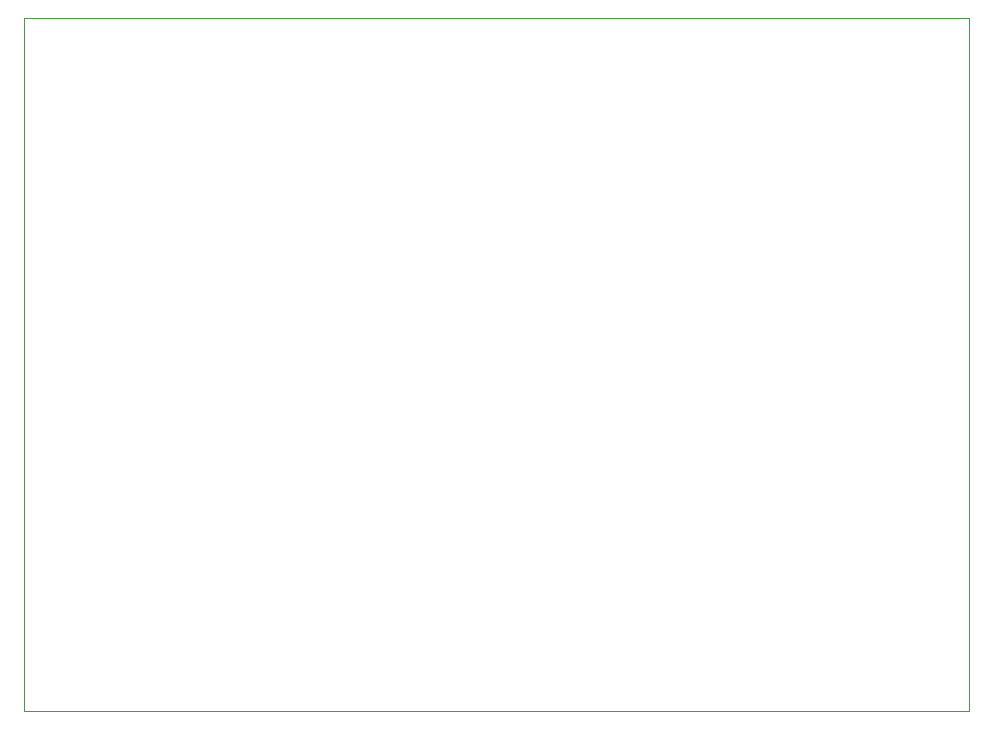
<source format=gbr>
G04 #@! TF.GenerationSoftware,KiCad,Pcbnew,5.1.5-52549c5~86~ubuntu19.10.1*
G04 #@! TF.CreationDate,2020-07-12T21:09:55+02:00*
G04 #@! TF.ProjectId,Remote_TempHumid,52656d6f-7465-45f5-9465-6d7048756d69,rev?*
G04 #@! TF.SameCoordinates,Original*
G04 #@! TF.FileFunction,Profile,NP*
%FSLAX46Y46*%
G04 Gerber Fmt 4.6, Leading zero omitted, Abs format (unit mm)*
G04 Created by KiCad (PCBNEW 5.1.5-52549c5~86~ubuntu19.10.1) date 2020-07-12 21:09:55*
%MOMM*%
%LPD*%
G04 APERTURE LIST*
%ADD10C,0.100000*%
G04 APERTURE END LIST*
D10*
X179832000Y-57404000D02*
X179832000Y-116078000D01*
X99822000Y-57404000D02*
X179832000Y-57404000D01*
X99822000Y-116078000D02*
X99822000Y-57404000D01*
X179832000Y-116078000D02*
X99822000Y-116078000D01*
M02*

</source>
